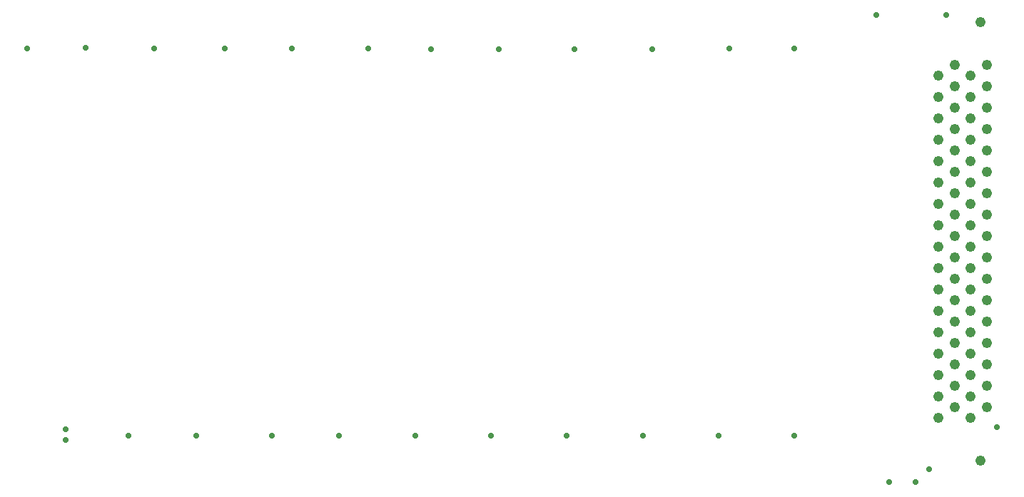
<source format=gbs>
G04*
G04 #@! TF.GenerationSoftware,Altium Limited,Altium Designer,24.4.1 (13)*
G04*
G04 Layer_Color=16711935*
%FSLAX44Y44*%
%MOMM*%
G71*
G04*
G04 #@! TF.SameCoordinates,5C46C37F-926F-48B5-82F6-D16DC70D24A0*
G04*
G04*
G04 #@! TF.FilePolarity,Negative*
G04*
G01*
G75*
%ADD23C,1.2200*%
%ADD24C,0.7200*%
D23*
X1381000Y210500D02*
D03*
Y731200D02*
D03*
X1388000Y680400D02*
D03*
X1368950Y667700D02*
D03*
X1388000Y655000D02*
D03*
X1368950Y642300D02*
D03*
X1388000Y629600D02*
D03*
X1368950Y616900D02*
D03*
X1388000Y604200D02*
D03*
X1368950Y591500D02*
D03*
X1388000Y578800D02*
D03*
X1368950Y566100D02*
D03*
X1388000Y553400D02*
D03*
X1368950Y540700D02*
D03*
X1388000Y528000D02*
D03*
X1368950Y515300D02*
D03*
X1388000Y502600D02*
D03*
X1368950Y489900D02*
D03*
X1388000Y477200D02*
D03*
X1368950Y464500D02*
D03*
X1388000Y451800D02*
D03*
X1368950Y439100D02*
D03*
X1388000Y426400D02*
D03*
X1368950Y413700D02*
D03*
X1388000Y401000D02*
D03*
X1368950Y388300D02*
D03*
X1388000Y375600D02*
D03*
X1368950Y362900D02*
D03*
X1388000Y350200D02*
D03*
X1368950Y337500D02*
D03*
X1388000Y324800D02*
D03*
X1368950Y312100D02*
D03*
X1388000Y299400D02*
D03*
X1368950Y286700D02*
D03*
X1388000Y274000D02*
D03*
X1368950Y261300D02*
D03*
X1349910Y680400D02*
D03*
X1330850Y667700D02*
D03*
X1349910Y655000D02*
D03*
X1330850Y642300D02*
D03*
X1349910Y629600D02*
D03*
X1330850Y616900D02*
D03*
X1349910Y604200D02*
D03*
X1330850Y591500D02*
D03*
X1349910Y578800D02*
D03*
X1330850Y566100D02*
D03*
X1349910Y553400D02*
D03*
X1330850Y540700D02*
D03*
X1349910Y528000D02*
D03*
X1330850Y515300D02*
D03*
X1349910Y502600D02*
D03*
X1330850Y489900D02*
D03*
X1349910Y477200D02*
D03*
X1330850Y464500D02*
D03*
X1349910Y451800D02*
D03*
X1330850Y439100D02*
D03*
X1349910Y426400D02*
D03*
X1330850Y413700D02*
D03*
X1349910Y401000D02*
D03*
X1330850Y388300D02*
D03*
X1349910Y375600D02*
D03*
X1330850Y362900D02*
D03*
X1349910Y350200D02*
D03*
X1330850Y337500D02*
D03*
X1349910Y324800D02*
D03*
X1330850Y312100D02*
D03*
X1349910Y299400D02*
D03*
X1330850Y286700D02*
D03*
X1349910Y274000D02*
D03*
X1330850Y261300D02*
D03*
D24*
X295000Y247500D02*
D03*
Y235000D02*
D03*
X319000Y701000D02*
D03*
X729000Y699000D02*
D03*
X809000D02*
D03*
X899000D02*
D03*
X484000Y700000D02*
D03*
X564000D02*
D03*
X654000D02*
D03*
X250000D02*
D03*
X400000D02*
D03*
X991000Y699000D02*
D03*
X1083000Y700000D02*
D03*
X1160000D02*
D03*
X1340000Y740000D02*
D03*
X1257096D02*
D03*
X1400000Y250000D02*
D03*
X1320000Y200000D02*
D03*
X1160000Y240000D02*
D03*
X1070000D02*
D03*
X980000D02*
D03*
X890000D02*
D03*
X800000D02*
D03*
X710000D02*
D03*
X620000D02*
D03*
X540000D02*
D03*
X450000D02*
D03*
X370000D02*
D03*
X1272000Y185000D02*
D03*
X1304000D02*
D03*
M02*

</source>
